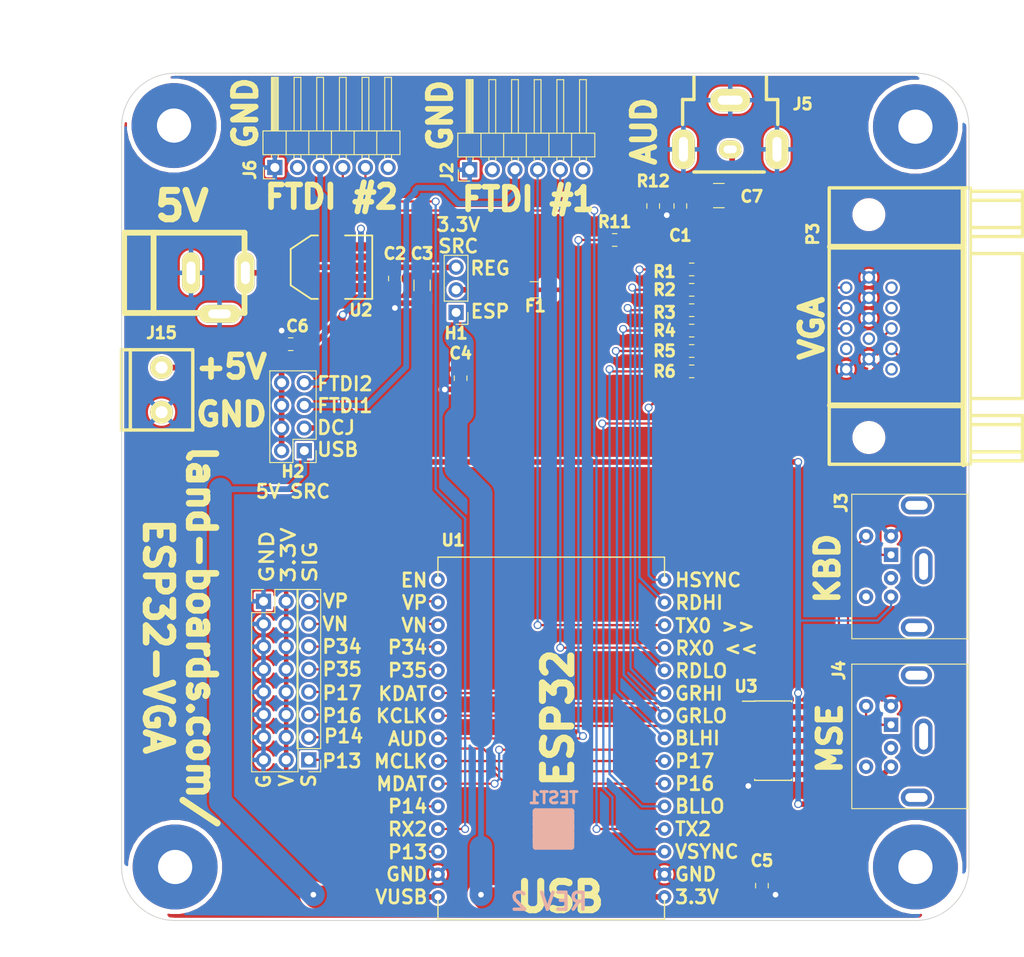
<source format=kicad_pcb>
(kicad_pcb (version 20171130) (host pcbnew "(5.1.5)-3")
  (title_block (title Blue-Pill-Hub) (date 2019-03-03) (rev 2) (company land-boards.com))
  (layers (0 F.Cu signal) (31 B.Cu signal) (36 B.SilkS user) (37 F.SilkS user) (38 B.Mask user) (39 F.Mask user) (44 Edge.Cuts user))
  (net 0 "")
  (net 1 +5V)
  (net 2 GND)
  (net 3 +3V3)
  (net 4 /VO3)
  (net 5 /DCIN)
  (net 6 /GP13)
  (net 7 /GP14)
  (net 8 /GP35)
  (net 9 /GP34)
  (net 10 /TX0)
  (net 11 /RX0)
  (net 12 /TX2)
  (net 13 /VP)
  (net 14 /VN)
  (net 15 /VUSB)
  (net 16 "Net-(F1-Pad2)")
  (net 17 "Net-(C1-Pad1)")
  (net 18 "Net-(C7-Pad2)")
  (net 19 /ESP3V)
  (net 20 /FTDI5V0)
  (net 21 /FTDI5V2)
  (net 22 "Net-(J3-Pad1)")
  (net 23 "Net-(J3-Pad5)")
  (net 24 "Net-(J4-Pad5)")
  (net 25 "Net-(J4-Pad1)")
  (net 26 "Net-(P3-Pad3)")
  (net 27 "Net-(P3-Pad2)")
  (net 28 "Net-(P3-Pad1)")
  (net 29 /HSYNC)
  (net 30 /VSYNC)
  (net 31 /REDHI)
  (net 32 /REDLO)
  (net 33 /GRNHI)
  (net 34 /GRNLO)
  (net 35 /BLUHI)
  (net 36 /BLULO)
  (net 37 /AUDIO)
  (net 38 /KBDAT)
  (net 39 /KBCLK)
  (net 40 /MSECLK)
  (net 41 /MSEDAT)
  (net 42 /RX2)
  (net 43 /GP16)
  (net 44 /GP17)
  (module LandBoards_Conns:RCA (layer F.Cu) (at 78.232 18.542)
    (fp_text reference J5 (at 8.128 -5.08 180) (layer F.SilkS) (effects (font (size 1.27 1.27) (thickness 0.3175))))
    (fp_text value RCA-JACK hide)
    (pad 4 thru_hole oval (at 0 0) (size 2.54 2.032) (drill oval 1.4986 0.889) (layers *.Cu *.Mask F.SilkS) (net 18 "Net-(C7-Pad2)"))
    (pad 3 thru_hole oval (at 5.2451 0) (size 2.54 4.445) (drill oval 1.016 2.794) (layers *.Cu *.Mask F.SilkS) (net 2 GND))
    (pad 2 thru_hole oval (at -5.2451 0) (size 2.54 4.445) (drill oval 1.016 2.794) (layers *.Cu *.Mask F.SilkS) (net 2 GND))
    (pad 1 thru_hole oval (at 0 -5.5118) (size 4.445 2.54) (drill oval 2.794 1.016) (layers *.Cu *.Mask F.SilkS) (net 2 GND))
  )
  (module Resistor_SMD:R_0805_2012Metric_Pad1.15x1.40mm_HandSolder (layer F.Cu) (at 65.278 28.702 180)
    (fp_text reference R11 (at 0 2.032 180) (layer F.SilkS) (effects (font (size 1.27 1.27) (thickness 0.3175))))
    (fp_text value 270)
    (pad 1 smd roundrect (at -1.025 0 180) (size 1.15 1.4) (layers F.Cu F.Paste F.Mask) (roundrect_rratio 0.217391) (net 17 "Net-(C1-Pad1)"))
    (pad 2 smd roundrect (at 1.025 0 180) (size 1.15 1.4) (layers F.Cu F.Paste F.Mask) (roundrect_rratio 0.217391) (net 37 /AUDIO))
  )
  (module LandBoards_SMD_Packages:SOT223 (layer F.Cu) (at 33.528 31.75 90)
    (fp_text reference U2 (at -4.826 3.302 180) (layer F.SilkS) (effects (font (size 1.27 1.27) (thickness 0.3175))))
    (fp_text value AP1117 hide)
    (pad 4 smd rect (at 0 -3.302 90) (size 3.6576 2.032) (layers F.Cu F.Mask) (net 4 /VO3))
    (pad 2 smd rect (at 0 3.302 90) (size 1.016 2.032) (layers F.Cu F.Mask) (net 4 /VO3))
    (pad 3 smd rect (at 2.286 3.302 90) (size 1.016 2.032) (layers F.Cu F.Mask) (net 1 +5V))
    (pad 1 smd rect (at -2.286 3.302 90) (size 1.016 2.032) (layers F.Cu F.Mask) (net 2 GND))
  )
  (module LandBoards_Conns:TB2-5MM (layer F.Cu) (at 14.478 48.006 90)
    (fp_text reference J15 (at 8.89 0 180) (layer F.SilkS) (effects (font (size 1.27 1.27) (thickness 0.3175))))
    (fp_text value Conn_01x02 hide)
    (pad 2 thru_hole circle (at 5 0 90) (size 2.54 2.54) (drill 1.3589) (layers *.Cu *.Mask F.SilkS) (net 5 /DCIN))
    (pad 1 thru_hole circle (at 0 0 90) (size 2.54 2.54) (drill 1.3589) (layers *.Cu *.Mask F.SilkS) (net 2 GND))
  )
  (module LandBoards_MountHoles:MTG-6-32 (layer F.Cu) (at 15.875 15.875)
    (fp_text reference MTG1 hide)
    (fp_text value MTG_HOLE hide)
    (pad 1 thru_hole circle (at 0 0) (size 9.525 9.525) (drill 3.8354) (layers *.Cu *.Mask) (clearance 0.508))
  )
  (module LandBoards_MountHoles:MTG-6-32 (layer F.Cu) (at 99 99)
    (fp_text reference MTG2 hide)
    (fp_text value MTG_HOLE hide)
    (pad 1 thru_hole circle (at 0 0) (size 9.525 9.525) (drill 3.8354) (layers *.Cu *.Mask) (clearance 0.508))
  )
  (module LandBoards_MountHoles:MTG-6-32 (layer F.Cu) (at 16 99)
    (fp_text reference MTG3 hide)
    (fp_text value MTG_HOLE hide)
    (pad 1 thru_hole circle (at 0 0) (size 9.525 9.525) (drill 3.8354) (layers *.Cu *.Mask) (clearance 0.508))
  )
  (module LandBoards_MountHoles:MTG-6-32 (layer F.Cu) (at 99 16)
    (fp_text reference MTG?1 hide)
    (fp_text value MTG_HOLE hide)
    (pad 1 thru_hole circle (at 0 0) (size 9.525 9.525) (drill 3.8354) (layers *.Cu *.Mask) (clearance 0.508))
  )
  (module LandBoards_BoardOutlines:ESP32_EXP (layer F.Cu) (at 58.166 102.362 180)
    (fp_text reference U1 (at 11 40 180) (layer F.SilkS) (effects (font (size 1.27 1.27) (thickness 0.3175))))
    (fp_text value ESP32)
    (pad 1 thru_hole circle (at -12.7 0 180) (size 1.524 1.524) (drill 0.762) (layers *.Cu *.Mask) (net 19 /ESP3V))
    (pad 2 thru_hole circle (at -12.7 2.54 180) (size 1.524 1.524) (drill 0.762) (layers *.Cu *.Mask) (net 2 GND))
    (pad 3 thru_hole circle (at -12.7 5.08 180) (size 1.524 1.524) (drill 0.762) (layers *.Cu *.Mask) (net 30 /VSYNC))
    (pad 4 thru_hole circle (at -12.7 7.62 180) (size 1.524 1.524) (drill 0.762) (layers *.Cu *.Mask) (net 12 /TX2))
    (pad 5 thru_hole circle (at -12.7 10.16 180) (size 1.524 1.524) (drill 0.762) (layers *.Cu *.Mask) (net 35 /BLUHI))
    (pad 6 thru_hole circle (at -12.7 12.7 180) (size 1.524 1.524) (drill 0.762) (layers *.Cu *.Mask) (net 43 /GP16))
    (pad 7 thru_hole circle (at -12.7 15.24 180) (size 1.524 1.524) (drill 0.762) (layers *.Cu *.Mask) (net 44 /GP17))
    (pad 8 thru_hole circle (at -12.7 17.78 180) (size 1.524 1.524) (drill 0.762) (layers *.Cu *.Mask) (net 36 /BLULO))
    (pad 9 thru_hole circle (at -12.7 20.32 180) (size 1.524 1.524) (drill 0.762) (layers *.Cu *.Mask) (net 33 /GRNHI))
    (pad 10 thru_hole circle (at -12.7 22.86 180) (size 1.524 1.524) (drill 0.762) (layers *.Cu *.Mask) (net 34 /GRNLO))
    (pad 11 thru_hole circle (at -12.7 25.4 180) (size 1.524 1.524) (drill 0.762) (layers *.Cu *.Mask) (net 31 /REDHI))
    (pad 12 thru_hole circle (at -12.7 27.94 180) (size 1.524 1.524) (drill 0.762) (layers *.Cu *.Mask) (net 11 /RX0))
    (pad 13 thru_hole circle (at -12.7 30.48 180) (size 1.524 1.524) (drill 0.762) (layers *.Cu *.Mask) (net 10 /TX0))
    (pad 14 thru_hole circle (at -12.7 33.02 180) (size 1.524 1.524) (drill 0.762) (layers *.Cu *.Mask) (net 32 /REDLO))
    (pad 15 thru_hole circle (at -12.7 35.56 180) (size 1.524 1.524) (drill 0.762) (layers *.Cu *.Mask) (net 29 /HSYNC))
    (pad 16 thru_hole circle (at 12.7 35.56 180) (size 1.524 1.524) (drill 0.762) (layers *.Cu *.Mask))
    (pad 17 thru_hole circle (at 12.7 33.02 180) (size 1.524 1.524) (drill 0.762) (layers *.Cu *.Mask) (net 13 /VP))
    (pad 18 thru_hole circle (at 12.7 30.48 180) (size 1.524 1.524) (drill 0.762) (layers *.Cu *.Mask) (net 14 /VN))
    (pad 19 thru_hole circle (at 12.7 27.94 180) (size 1.524 1.524) (drill 0.762) (layers *.Cu *.Mask) (net 9 /GP34))
    (pad 20 thru_hole circle (at 12.7 25.4 180) (size 1.524 1.524) (drill 0.762) (layers *.Cu *.Mask) (net 8 /GP35))
    (pad 21 thru_hole circle (at 12.7 22.86 180) (size 1.524 1.524) (drill 0.762) (layers *.Cu *.Mask) (net 38 /KBDAT))
    (pad 22 thru_hole circle (at 12.7 20.32 180) (size 1.524 1.524) (drill 0.762) (layers *.Cu *.Mask) (net 39 /KBCLK))
    (pad 23 thru_hole circle (at 12.7 17.78 180) (size 1.524 1.524) (drill 0.762) (layers *.Cu *.Mask) (net 37 /AUDIO))
    (pad 24 thru_hole circle (at 12.7 15.24 180) (size 1.524 1.524) (drill 0.762) (layers *.Cu *.Mask) (net 40 /MSECLK))
    (pad 25 thru_hole circle (at 12.7 12.7 180) (size 1.524 1.524) (drill 0.762) (layers *.Cu *.Mask) (net 41 /MSEDAT))
    (pad 26 thru_hole circle (at 12.7 10.16 180) (size 1.524 1.524) (drill 0.762) (layers *.Cu *.Mask) (net 7 /GP14))
    (pad 27 thru_hole circle (at 12.7 7.62 180) (size 1.524 1.524) (drill 0.762) (layers *.Cu *.Mask) (net 42 /RX2))
    (pad 28 thru_hole circle (at 12.7 5.08 180) (size 1.524 1.524) (drill 0.762) (layers *.Cu *.Mask) (net 6 /GP13))
    (pad 29 thru_hole circle (at 12.7 2.54 180) (size 1.524 1.524) (drill 0.762) (layers *.Cu *.Mask) (net 2 GND))
    (pad 30 thru_hole circle (at 12.7 0 180) (size 1.524 1.524) (drill 0.762) (layers *.Cu *.Mask) (net 15 /VUSB))
  )
  (module Fuse:Fuse_1206_3216Metric_Pad1.42x1.75mm_HandSolder (layer F.Cu) (at 56.388 34.29 180)
    (fp_text reference F1 (at 0 -1.82 180) (layer F.SilkS) (effects (font (size 1.27 1.27) (thickness 0.3175))))
    (fp_text value Polyfuse_Small)
    (pad 1 smd roundrect (at -1.4875 0 180) (size 1.425 1.75) (layers F.Cu F.Paste F.Mask) (roundrect_rratio 0.175439) (net 3 +3V3))
    (pad 2 smd roundrect (at 1.4875 0 180) (size 1.425 1.75) (layers F.Cu F.Paste F.Mask) (roundrect_rratio 0.175439) (net 16 "Net-(F1-Pad2)"))
  )
  (module LandBoards_Conns:DCJ-NEW-Slotted (layer F.Cu) (at 17.78 32.385)
    (fp_text reference J1 hide)
    (fp_text value DCJ0202 hide)
    (pad 2 thru_hole oval (at 0 0) (size 2 4.6) (drill oval 1 2.54) (layers *.Cu *.Mask F.SilkS) (net 2 GND))
    (pad 1 thru_hole oval (at 6.1 0) (size 2 4.6) (drill oval 1 2.54) (layers *.Cu *.Mask F.SilkS) (net 5 /DCIN))
    (pad 3 thru_hole oval (at 3.2 4.6) (size 4.6 2) (drill oval 2.54 1) (layers *.Cu *.Mask F.SilkS) (net 2 GND))
  )
  (module Connector_PinHeader_2.54mm:PinHeader_1x03_P2.54mm_Vertical (layer F.Cu) (at 47.498 36.83 180)
    (fp_text reference H1 (at 0 -2.33 180) (layer F.SilkS) (effects (font (size 1.27 1.27) (thickness 0.3175))))
    (fp_text value Conn_01x03)
    (pad 1 thru_hole rect (at 0 0 180) (size 1.7 1.7) (drill 1) (layers *.Cu *.Mask) (net 19 /ESP3V))
    (pad 2 thru_hole oval (at 0 2.54 180) (size 1.7 1.7) (drill 1) (layers *.Cu *.Mask) (net 16 "Net-(F1-Pad2)"))
    (pad 3 thru_hole oval (at 0 5.08 180) (size 1.7 1.7) (drill 1) (layers *.Cu *.Mask) (net 4 /VO3))
  )
  (module Connector_PinHeader_2.54mm:PinHeader_2x04_P2.54mm_Vertical (layer F.Cu) (at 30.48 52.324 180)
    (fp_text reference H2 (at 1.27 -2.33 180) (layer F.SilkS) (effects (font (size 1.27 1.27) (thickness 0.3175))))
    (fp_text value Conn_02x04_Odd_Even)
    (pad 1 thru_hole rect (at 0 0 180) (size 1.7 1.7) (drill 1) (layers *.Cu *.Mask) (net 15 /VUSB))
    (pad 2 thru_hole oval (at 2.54 0 180) (size 1.7 1.7) (drill 1) (layers *.Cu *.Mask) (net 1 +5V))
    (pad 3 thru_hole oval (at 0 2.54 180) (size 1.7 1.7) (drill 1) (layers *.Cu *.Mask) (net 5 /DCIN))
    (pad 4 thru_hole oval (at 2.54 2.54 180) (size 1.7 1.7) (drill 1) (layers *.Cu *.Mask) (net 1 +5V))
    (pad 5 thru_hole oval (at 0 5.08 180) (size 1.7 1.7) (drill 1) (layers *.Cu *.Mask) (net 20 /FTDI5V0))
    (pad 6 thru_hole oval (at 2.54 5.08 180) (size 1.7 1.7) (drill 1) (layers *.Cu *.Mask) (net 1 +5V))
    (pad 7 thru_hole oval (at 0 7.62 180) (size 1.7 1.7) (drill 1) (layers *.Cu *.Mask) (net 21 /FTDI5V2))
    (pad 8 thru_hole oval (at 2.54 7.62 180) (size 1.7 1.7) (drill 1) (layers *.Cu *.Mask) (net 1 +5V))
  )
  (module LandBoards_Conns:DB_15F-VGA-fixed (layer F.Cu) (at 97.79 38.354 90)
    (fp_text reference P3 (at 10.3124 -10.287 90) (layer F.SilkS) (effects (font (size 1.27 1.27) (thickness 0.3175))))
    (fp_text value VGA (at -0.254 -10.414 90) (layer F.SilkS) (effects (font (size 2.54 2.54) (thickness 0.635))))
    (pad "" np_thru_hole circle (at 12.49426 -4.01066 90) (size 3.2 3.2) (drill 3.2) (layers *.Cu *.Mask F.SilkS))
    (pad 3 thru_hole circle (at -0.2667 -6.55066 90) (size 1.397 1.397) (drill 0.889) (layers *.Cu *.Mask) (net 26 "Net-(P3-Pad3)"))
    (pad 2 thru_hole circle (at 2.0193 -6.55066 90) (size 1.397 1.397) (drill 0.9144) (layers *.Cu *.Mask) (net 27 "Net-(P3-Pad2)"))
    (pad 1 thru_hole circle (at 4.31038 -6.55066 90) (size 1.397 1.397) (drill 0.9144) (layers *.Cu *.Mask) (net 28 "Net-(P3-Pad1)"))
    (pad 4 thru_hole circle (at -2.56032 -6.55066 90) (size 1.397 1.397) (drill 0.9144) (layers *.Cu *.Mask))
    (pad 5 thru_hole circle (at -4.84886 -6.55066 90) (size 1.397 1.397) (drill 0.9144) (layers *.Cu *.Mask) (net 2 GND))
    (pad 9 thru_hole circle (at -1.41478 -4.01066 90) (size 1.397 1.397) (drill 0.9144) (layers *.Cu *.Mask))
    (pad 8 thru_hole circle (at 0.87376 -4.01066 90) (size 1.397 1.397) (drill 0.9144) (layers *.Cu *.Mask) (net 2 GND))
    (pad 7 thru_hole circle (at 3.16484 -4.01066 90) (size 1.397 1.397) (drill 0.9144) (layers *.Cu *.Mask) (net 2 GND))
    (pad 6 thru_hole circle (at 5.45592 -4.01066 90) (size 1.397 1.397) (drill 0.9144) (layers *.Cu *.Mask) (net 2 GND))
    (pad "" np_thru_hole circle (at -12.49426 -4.01066 90) (size 3.2 3.2) (drill 3.2) (layers *.Cu *.Mask F.SilkS))
    (pad 10 thru_hole circle (at -3.70586 -4.01066 90) (size 1.397 1.397) (drill 0.9144) (layers *.Cu *.Mask) (net 2 GND))
    (pad 11 thru_hole circle (at 4.31038 -1.47066 90) (size 1.397 1.397) (drill 0.9144) (layers *.Cu *.Mask))
    (pad 12 thru_hole circle (at 2.0193 -1.47066 90) (size 1.397 1.397) (drill 0.9144) (layers *.Cu *.Mask))
    (pad 13 thru_hole circle (at -0.26924 -1.4732 90) (size 1.397 1.397) (drill 0.9144) (layers *.Cu *.Mask) (net 29 /HSYNC))
    (pad 14 thru_hole circle (at -2.56032 -1.47066 90) (size 1.397 1.397) (drill 0.9144) (layers *.Cu *.Mask) (net 30 /VSYNC))
    (pad 15 thru_hole circle (at -4.84886 -1.47066 90) (size 1.397 1.397) (drill 0.9144) (layers *.Cu *.Mask))
  )
  (module Connector_PinHeader_2.54mm:PinHeader_1x08_P2.54mm_Vertical (layer F.Cu) (at 30.988 86.995 180)
    (fp_text reference P4 hide)
    (fp_text value Conn_01x08)
    (pad 1 thru_hole rect (at 0 0 180) (size 1.7 1.7) (drill 1) (layers *.Cu *.Mask) (net 6 /GP13))
    (pad 2 thru_hole oval (at 0 2.54 180) (size 1.7 1.7) (drill 1) (layers *.Cu *.Mask) (net 7 /GP14))
    (pad 3 thru_hole oval (at 0 5.08 180) (size 1.7 1.7) (drill 1) (layers *.Cu *.Mask) (net 43 /GP16))
    (pad 4 thru_hole oval (at 0 7.62 180) (size 1.7 1.7) (drill 1) (layers *.Cu *.Mask) (net 44 /GP17))
    (pad 5 thru_hole oval (at 0 10.16 180) (size 1.7 1.7) (drill 1) (layers *.Cu *.Mask) (net 8 /GP35))
    (pad 6 thru_hole oval (at 0 12.7 180) (size 1.7 1.7) (drill 1) (layers *.Cu *.Mask) (net 9 /GP34))
    (pad 7 thru_hole oval (at 0 15.24 180) (size 1.7 1.7) (drill 1) (layers *.Cu *.Mask) (net 14 /VN))
    (pad 8 thru_hole oval (at 0 17.78 180) (size 1.7 1.7) (drill 1) (layers *.Cu *.Mask) (net 13 /VP))
  )
  (module Resistor_SMD:R_0805_2012Metric_Pad1.15x1.40mm_HandSolder (layer F.Cu) (at 73.914 32.004 180)
    (fp_text reference R1 (at 3.048 -0.254 180) (layer F.SilkS) (effects (font (size 1.27 1.27) (thickness 0.3175))))
    (fp_text value 523)
    (pad 1 smd roundrect (at -1.025 0 180) (size 1.15 1.4) (layers F.Cu F.Paste F.Mask) (roundrect_rratio 0.217391) (net 28 "Net-(P3-Pad1)"))
    (pad 2 smd roundrect (at 1.025 0 180) (size 1.15 1.4) (layers F.Cu F.Paste F.Mask) (roundrect_rratio 0.217391) (net 32 /REDLO))
  )
  (module Resistor_SMD:R_0805_2012Metric_Pad1.15x1.40mm_HandSolder (layer F.Cu) (at 73.914 34.29 180)
    (fp_text reference R2 (at 3.048 0 180) (layer F.SilkS) (effects (font (size 1.27 1.27) (thickness 0.3175))))
    (fp_text value 261)
    (pad 2 smd roundrect (at 1.025 0 180) (size 1.15 1.4) (layers F.Cu F.Paste F.Mask) (roundrect_rratio 0.217391) (net 31 /REDHI))
    (pad 1 smd roundrect (at -1.025 0 180) (size 1.15 1.4) (layers F.Cu F.Paste F.Mask) (roundrect_rratio 0.217391) (net 28 "Net-(P3-Pad1)"))
  )
  (module Resistor_SMD:R_0805_2012Metric_Pad1.15x1.40mm_HandSolder (layer F.Cu) (at 73.914 36.576 180)
    (fp_text reference R3 (at 3.048 -0.254 180) (layer F.SilkS) (effects (font (size 1.27 1.27) (thickness 0.3175))))
    (fp_text value 523)
    (pad 1 smd roundrect (at -1.025 0 180) (size 1.15 1.4) (layers F.Cu F.Paste F.Mask) (roundrect_rratio 0.217391) (net 27 "Net-(P3-Pad2)"))
    (pad 2 smd roundrect (at 1.025 0 180) (size 1.15 1.4) (layers F.Cu F.Paste F.Mask) (roundrect_rratio 0.217391) (net 34 /GRNLO))
  )
  (module Resistor_SMD:R_0805_2012Metric_Pad1.15x1.40mm_HandSolder (layer F.Cu) (at 73.914 38.862 180)
    (fp_text reference R4 (at 3.048 0 180) (layer F.SilkS) (effects (font (size 1.27 1.27) (thickness 0.3175))))
    (fp_text value 261)
    (pad 2 smd roundrect (at 1.025 0 180) (size 1.15 1.4) (layers F.Cu F.Paste F.Mask) (roundrect_rratio 0.217391) (net 33 /GRNHI))
    (pad 1 smd roundrect (at -1.025 0 180) (size 1.15 1.4) (layers F.Cu F.Paste F.Mask) (roundrect_rratio 0.217391) (net 27 "Net-(P3-Pad2)"))
  )
  (module Resistor_SMD:R_0805_2012Metric_Pad1.15x1.40mm_HandSolder (layer F.Cu) (at 73.914 41.148 180)
    (fp_text reference R5 (at 3.048 0 180) (layer F.SilkS) (effects (font (size 1.27 1.27) (thickness 0.3175))))
    (fp_text value 523)
    (pad 2 smd roundrect (at 1.025 0 180) (size 1.15 1.4) (layers F.Cu F.Paste F.Mask) (roundrect_rratio 0.217391) (net 36 /BLULO))
    (pad 1 smd roundrect (at -1.025 0 180) (size 1.15 1.4) (layers F.Cu F.Paste F.Mask) (roundrect_rratio 0.217391) (net 26 "Net-(P3-Pad3)"))
  )
  (module Resistor_SMD:R_0805_2012Metric_Pad1.15x1.40mm_HandSolder (layer F.Cu) (at 73.914 43.434 180)
    (fp_text reference R6 (at 3.048 0 180) (layer F.SilkS) (effects (font (size 1.27 1.27) (thickness 0.3175))))
    (fp_text value 261)
    (pad 1 smd roundrect (at -1.025 0 180) (size 1.15 1.4) (layers F.Cu F.Paste F.Mask) (roundrect_rratio 0.217391) (net 26 "Net-(P3-Pad3)"))
    (pad 2 smd roundrect (at 1.025 0 180) (size 1.15 1.4) (layers F.Cu F.Paste F.Mask) (roundrect_rratio 0.217391) (net 35 /BLUHI))
  )
  (module Resistor_SMD:R_0805_2012Metric_Pad1.15x1.40mm_HandSolder (layer F.Cu) (at 69.596 24.892 90)
    (fp_text reference R12 (at 2.794 0 180) (layer F.SilkS) (effects (font (size 1.27 1.27) (thickness 0.3175))))
    (fp_text value 150)
    (pad 2 smd roundrect (at 1.025 0 90) (size 1.15 1.4) (layers F.Cu F.Paste F.Mask) (roundrect_rratio 0.217391) (net 17 "Net-(C1-Pad1)"))
    (pad 1 smd roundrect (at -1.025 0 90) (size 1.15 1.4) (layers F.Cu F.Paste F.Mask) (roundrect_rratio 0.217391) (net 2 GND))
  )
  (module LandBoards_Marking:TEST_BLK-REAR (layer F.Cu) (at 58.42 94.742)
    (fp_text reference TEST1 (at 0 -3.5) (layer B.SilkS) (effects (font (size 1.27 1.27) (thickness 0.3175)) (justify mirror)))
    (fp_text value COUPON hide)
  )
  (module Package_SO:SOIC-14_3.9x8.7mm_P1.27mm (layer F.Cu) (at 83.058 84.836)
    (fp_text reference U3 (at -3.048 -6.096) (layer F.SilkS) (effects (font (size 1.27 1.27) (thickness 0.3175))))
    (fp_text value TXS0104)
    (pad 1 smd rect (at -2.7 -3.81) (size 1.5 0.6) (layers F.Cu F.Paste F.Mask) (net 3 +3V3))
    (pad 2 smd rect (at -2.7 -2.54) (size 1.5 0.6) (layers F.Cu F.Paste F.Mask) (net 38 /KBDAT))
    (pad 3 smd rect (at -2.7 -1.27) (size 1.5 0.6) (layers F.Cu F.Paste F.Mask) (net 39 /KBCLK))
    (pad 4 smd rect (at -2.7 0) (size 1.5 0.6) (layers F.Cu F.Paste F.Mask) (net 41 /MSEDAT))
    (pad 5 smd rect (at -2.7 1.27) (size 1.5 0.6) (layers F.Cu F.Paste F.Mask) (net 40 /MSECLK))
    (pad 6 smd rect (at -2.7 2.54) (size 1.5 0.6) (layers F.Cu F.Paste F.Mask))
    (pad 7 smd rect (at -2.7 3.81) (size 1.5 0.6) (layers F.Cu F.Paste F.Mask) (net 2 GND))
    (pad 8 smd rect (at 2.7 3.81) (size 1.5 0.6) (layers F.Cu F.Paste F.Mask) (net 3 +3V3))
    (pad 9 smd rect (at 2.7 2.54) (size 1.5 0.6) (layers F.Cu F.Paste F.Mask))
    (pad 10 smd rect (at 2.7 1.27) (size 1.5 0.6) (layers F.Cu F.Paste F.Mask) (net 24 "Net-(J4-Pad5)"))
    (pad 11 smd rect (at 2.7 0) (size 1.5 0.6) (layers F.Cu F.Paste F.Mask) (net 25 "Net-(J4-Pad1)"))
    (pad 12 smd rect (at 2.7 -1.27) (size 1.5 0.6) (layers F.Cu F.Paste F.Mask) (net 23 "Net-(J3-Pad5)"))
    (pad 13 smd rect (at 2.7 -2.54) (size 1.5 0.6) (layers F.Cu F.Paste F.Mask) (net 22 "Net-(J3-Pad1)"))
    (pad 14 smd rect (at 2.7 -3.81) (size 1.5 0.6) (layers F.Cu F.Paste F.Mask) (net 1 +5V))
  )
  (module LandBoards_Conns:Connector_Mini-DIN_Female_6Pin_2rows (layer F.Cu) (at 96.266 64.008 90)
    (fp_text reference J3 (at 5.842 -5.588 90) (layer F.SilkS) (effects (font (size 1.27 1.27) (thickness 0.3175))))
    (fp_text value PS2_DIN6)
    (pad 7 thru_hole oval (at -8.15 2.85 90) (size 2 3.5) (drill oval 1 2.5) (layers *.Cu *.Mask))
    (pad 7 thru_hole oval (at 5.55 2.85 90) (size 2 3.5) (drill oval 1 2.5) (layers *.Cu *.Mask))
    (pad 1 thru_hole rect (at 0 0 90) (size 1.6 1.6) (drill 0.8) (layers *.Cu *.Mask) (net 22 "Net-(J3-Pad1)"))
    (pad 2 thru_hole circle (at -2.6 0 90) (size 1.6 1.6) (drill 0.8) (layers *.Cu *.Mask))
    (pad 3 thru_hole circle (at 2.1 0 90) (size 1.6 1.6) (drill 0.8) (layers *.Cu *.Mask) (net 2 GND))
    (pad 4 thru_hole circle (at -4.7 0 90) (size 1.6 1.6) (drill 0.8) (layers *.Cu *.Mask) (net 1 +5V))
    (pad 5 thru_hole circle (at 2.1 -2.8 90) (size 1.6 1.6) (drill 0.8) (layers *.Cu *.Mask) (net 23 "Net-(J3-Pad5)"))
    (pad 6 thru_hole circle (at -4.7 -2.8 90) (size 1.6 1.6) (drill 0.8) (layers *.Cu *.Mask))
    (pad 7 thru_hole oval (at -1.3 3.65 90) (size 4 2) (drill oval 3 1) (layers *.Cu *.Mask))
  )
  (module LandBoards_Conns:Connector_Mini-DIN_Female_6Pin_2rows (layer F.Cu) (at 96.266 83.058 90)
    (fp_text reference J4 (at 6.096 -5.842 90) (layer F.SilkS) (effects (font (size 1.27 1.27) (thickness 0.3175))))
    (fp_text value PS2_DIN6)
    (pad 7 thru_hole oval (at -1.3 3.65 90) (size 4 2) (drill oval 3 1) (layers *.Cu *.Mask))
    (pad 6 thru_hole circle (at -4.7 -2.8 90) (size 1.6 1.6) (drill 0.8) (layers *.Cu *.Mask))
    (pad 5 thru_hole circle (at 2.1 -2.8 90) (size 1.6 1.6) (drill 0.8) (layers *.Cu *.Mask) (net 24 "Net-(J4-Pad5)"))
    (pad 4 thru_hole circle (at -4.7 0 90) (size 1.6 1.6) (drill 0.8) (layers *.Cu *.Mask) (net 1 +5V))
    (pad 3 thru_hole circle (at 2.1 0 90) (size 1.6 1.6) (drill 0.8) (layers *.Cu *.Mask) (net 2 GND))
    (pad 2 thru_hole circle (at -2.6 0 90) (size 1.6 1.6) (drill 0.8) (layers *.Cu *.Mask))
    (pad 1 thru_hole rect (at 0 0 90) (size 1.6 1.6) (drill 0.8) (layers *.Cu *.Mask) (net 25 "Net-(J4-Pad1)"))
    (pad 7 thru_hole oval (at 5.55 2.85 90) (size 2 3.5) (drill oval 1 2.5) (layers *.Cu *.Mask))
    (pad 7 thru_hole oval (at -8.15 2.85 90) (size 2 3.5) (drill oval 1 2.5) (layers *.Cu *.Mask))
  )
  (module Connector_PinHeader_2.54mm:PinHeader_2x08_P2.54mm_Vertical (layer F.Cu) (at 25.908 69.215)
    (fp_text reference P2 hide)
    (fp_text value Conn_02x08_Odd_Even)
    (pad 1 thru_hole rect (at 0 0) (size 1.7 1.7) (drill 1) (layers *.Cu *.Mask) (net 2 GND))
    (pad 2 thru_hole oval (at 2.54 0) (size 1.7 1.7) (drill 1) (layers *.Cu *.Mask) (net 3 +3V3))
    (pad 3 thru_hole oval (at 0 2.54) (size 1.7 1.7) (drill 1) (layers *.Cu *.Mask) (net 2 GND))
    (pad 4 thru_hole oval (at 2.54 2.54) (size 1.7 1.7) (drill 1) (layers *.Cu *.Mask) (net 3 +3V3))
    (pad 5 thru_hole oval (at 0 5.08) (size 1.7 1.7) (drill 1) (layers *.Cu *.Mask) (net 2 GND))
    (pad 6 thru_hole oval (at 2.54 5.08) (size 1.7 1.7) (drill 1) (layers *.Cu *.Mask) (net 3 +3V3))
    (pad 7 thru_hole oval (at 0 7.62) (size 1.7 1.7) (drill 1) (layers *.Cu *.Mask) (net 2 GND))
    (pad 8 thru_hole oval (at 2.54 7.62) (size 1.7 1.7) (drill 1) (layers *.Cu *.Mask) (net 3 +3V3))
    (pad 9 thru_hole oval (at 0 10.16) (size 1.7 1.7) (drill 1) (layers *.Cu *.Mask) (net 2 GND))
    (pad 10 thru_hole oval (at 2.54 10.16) (size 1.7 1.7) (drill 1) (layers *.Cu *.Mask) (net 3 +3V3))
    (pad 11 thru_hole oval (at 0 12.7) (size 1.7 1.7) (drill 1) (layers *.Cu *.Mask) (net 2 GND))
    (pad 12 thru_hole oval (at 2.54 12.7) (size 1.7 1.7) (drill 1) (layers *.Cu *.Mask) (net 3 +3V3))
    (pad 13 thru_hole oval (at 0 15.24) (size 1.7 1.7) (drill 1) (layers *.Cu *.Mask) (net 2 GND))
    (pad 14 thru_hole oval (at 2.54 15.24) (size 1.7 1.7) (drill 1) (layers *.Cu *.Mask) (net 3 +3V3))
    (pad 15 thru_hole oval (at 0 17.78) (size 1.7 1.7) (drill 1) (layers *.Cu *.Mask) (net 2 GND))
    (pad 16 thru_hole oval (at 2.54 17.78) (size 1.7 1.7) (drill 1) (layers *.Cu *.Mask) (net 3 +3V3))
  )
  (module Connector_PinHeader_2.54mm:PinHeader_1x06_P2.54mm_Horizontal (layer F.Cu) (at 49.022 20.828 90)
    (fp_text reference J2 (at -0.254 -2.54 90) (layer F.SilkS) (effects (font (size 1.27 1.27) (thickness 0.3175))))
    (fp_text value FTDI)
    (pad 6 thru_hole oval (at 0 12.7 90) (size 1.7 1.7) (drill 1) (layers *.Cu *.Mask))
    (pad 5 thru_hole oval (at 0 10.16 90) (size 1.7 1.7) (drill 1) (layers *.Cu *.Mask) (net 11 /RX0))
    (pad 4 thru_hole oval (at 0 7.62 90) (size 1.7 1.7) (drill 1) (layers *.Cu *.Mask) (net 10 /TX0))
    (pad 3 thru_hole oval (at 0 5.08 90) (size 1.7 1.7) (drill 1) (layers *.Cu *.Mask) (net 20 /FTDI5V0))
    (pad 2 thru_hole oval (at 0 2.54 90) (size 1.7 1.7) (drill 1) (layers *.Cu *.Mask))
    (pad 1 thru_hole rect (at 0 0 90) (size 1.7 1.7) (drill 1) (layers *.Cu *.Mask) (net 2 GND))
  )
  (module Connector_PinHeader_2.54mm:PinHeader_1x06_P2.54mm_Horizontal (layer F.Cu) (at 27.178 20.574 90)
    (fp_text reference J6 (at -0.254 -2.794 90) (layer F.SilkS) (effects (font (size 1.27 1.27) (thickness 0.3175))))
    (fp_text value FTDI)
    (pad 1 thru_hole rect (at 0 0 90) (size 1.7 1.7) (drill 1) (layers *.Cu *.Mask) (net 2 GND))
    (pad 2 thru_hole oval (at 0 2.54 90) (size 1.7 1.7) (drill 1) (layers *.Cu *.Mask))
    (pad 3 thru_hole oval (at 0 5.08 90) (size 1.7 1.7) (drill 1) (layers *.Cu *.Mask) (net 21 /FTDI5V2))
    (pad 4 thru_hole oval (at 0 7.62 90) (size 1.7 1.7) (drill 1) (layers *.Cu *.Mask) (net 12 /TX2))
    (pad 5 thru_hole oval (at 0 10.16 90) (size 1.7 1.7) (drill 1) (layers *.Cu *.Mask) (net 42 /RX2))
    (pad 6 thru_hole oval (at 0 12.7 90) (size 1.7 1.7) (drill 1) (layers *.Cu *.Mask))
  )
  (module Capacitor_SMD:C_0805_2012Metric_Pad1.15x1.40mm_HandSolder (layer F.Cu) (at 72.644 24.892 270)
    (fp_text reference C1 (at 3.302 0) (layer F.SilkS) (effects (font (size 1.27 1.27) (thickness 0.3175))))
    (fp_text value 0.1uF)
    (pad 1 smd roundrect (at -1.025 0 270) (size 1.15 1.4) (layers F.Cu F.Paste F.Mask) (roundrect_rratio 0.217391) (net 17 "Net-(C1-Pad1)"))
    (pad 2 smd roundrect (at 1.025 0 270) (size 1.15 1.4) (layers F.Cu F.Paste F.Mask) (roundrect_rratio 0.217391) (net 2 GND))
  )
  (module Capacitor_SMD:C_0805_2012Metric_Pad1.15x1.40mm_HandSolder (layer F.Cu) (at 40.64 33.02 270)
    (fp_text reference C2 (at -2.794 0) (layer F.SilkS) (effects (font (size 1.27 1.27) (thickness 0.3175))))
    (fp_text value 0.1uF)
    (pad 2 smd roundrect (at 1.025 0 270) (size 1.15 1.4) (layers F.Cu F.Paste F.Mask) (roundrect_rratio 0.217391) (net 2 GND))
    (pad 1 smd roundrect (at -1.025 0 270) (size 1.15 1.4) (layers F.Cu F.Paste F.Mask) (roundrect_rratio 0.217391) (net 4 /VO3))
  )
  (module Capacitor_SMD:C_1206_3216Metric_Pad1.42x1.75mm_HandSolder (layer F.Cu) (at 43.688 33.782 270)
    (fp_text reference C3 (at -3.556 0) (layer F.SilkS) (effects (font (size 1.27 1.27) (thickness 0.3175))))
    (fp_text value 10uF)
    (pad 1 smd roundrect (at -1.4875 0 270) (size 1.425 1.75) (layers F.Cu F.Paste F.Mask) (roundrect_rratio 0.175439) (net 4 /VO3))
    (pad 2 smd roundrect (at 1.4875 0 270) (size 1.425 1.75) (layers F.Cu F.Paste F.Mask) (roundrect_rratio 0.175439) (net 2 GND))
  )
  (module Capacitor_SMD:C_0805_2012Metric_Pad1.15x1.40mm_HandSolder (layer F.Cu) (at 48.006 44.196 270)
    (fp_text reference C4 (at -2.794 0) (layer F.SilkS) (effects (font (size 1.27 1.27) (thickness 0.3175))))
    (fp_text value 0.1uF)
    (pad 1 smd roundrect (at -1.025 0 270) (size 1.15 1.4) (layers F.Cu F.Paste F.Mask) (roundrect_rratio 0.217391) (net 3 +3V3))
    (pad 2 smd roundrect (at 1.025 0 270) (size 1.15 1.4) (layers F.Cu F.Paste F.Mask) (roundrect_rratio 0.217391) (net 2 GND))
  )
  (module Capacitor_SMD:C_0805_2012Metric_Pad1.15x1.40mm_HandSolder (layer F.Cu) (at 81.788 101.092 270)
    (fp_text reference C5 (at -2.794 0) (layer F.SilkS) (effects (font (size 1.27 1.27) (thickness 0.3175))))
    (fp_text value 0.1uF)
    (pad 2 smd roundrect (at 1.025 0 270) (size 1.15 1.4) (layers F.Cu F.Paste F.Mask) (roundrect_rratio 0.217391) (net 2 GND))
    (pad 1 smd roundrect (at -1.025 0 270) (size 1.15 1.4) (layers F.Cu F.Paste F.Mask) (roundrect_rratio 0.217391) (net 3 +3V3))
  )
  (module Capacitor_SMD:C_0805_2012Metric_Pad1.15x1.40mm_HandSolder (layer F.Cu) (at 28.956 40.386 180)
    (fp_text reference C6 (at -0.762 2.032 180) (layer F.SilkS) (effects (font (size 1.27 1.27) (thickness 0.3175))))
    (fp_text value 0.1uF)
    (pad 1 smd roundrect (at -1.025 0 180) (size 1.15 1.4) (layers F.Cu F.Paste F.Mask) (roundrect_rratio 0.217391) (net 1 +5V))
    (pad 2 smd roundrect (at 1.025 0 180) (size 1.15 1.4) (layers F.Cu F.Paste F.Mask) (roundrect_rratio 0.217391) (net 2 GND))
  )
  (module Capacitor_SMD:C_1210_3225Metric_Pad1.42x2.65mm_HandSolder (layer F.Cu) (at 76.962 23.724566)
    (fp_text reference C7 (at 3.686146 0.102566) (layer F.SilkS) (effects (font (size 1.27 1.27) (thickness 0.3175))))
    (fp_text value CP1)
    (pad 1 smd roundrect (at -1.4875 0) (size 1.425 2.65) (layers F.Cu F.Paste F.Mask) (roundrect_rratio 0.175439) (net 17 "Net-(C1-Pad1)"))
    (pad 2 smd roundrect (at 1.4875 0) (size 1.425 2.65) (layers F.Cu F.Paste F.Mask) (roundrect_rratio 0.175439) (net 18 "Net-(C7-Pad2)"))
  )
  (gr_text GND (at 44.45 99.822) (layer F.SilkS) (effects (font (size 1.5 1.5) (thickness 0.3)) (justify right)))
  (gr_text P17 (at 32.3596 79.502) (layer F.SilkS) (effects (font (size 1.5 1.5) (thickness 0.3)) (justify left)))
  (gr_text P16 (at 32.3596 82.042) (layer F.SilkS) (effects (font (size 1.5 1.5) (thickness 0.3)) (justify left)))
  (gr_text P14 (at 32.512 84.328) (layer F.SilkS) (effects (font (size 1.5 1.5) (thickness 0.3)) (justify left)))
  (gr_text P13 (at 32.318 87.122) (layer F.SilkS) (effects (font (size 1.5 1.5) (thickness 0.3)) (justify left)))
  (gr_text "REG\n\nESP" (at 51.308 34.29) (layer F.SilkS) (effects (font (size 1.5 1.5) (thickness 0.3))))
  (gr_text "3.3V\nSRC" (at 47.752 28.194) (layer F.SilkS) (effects (font (size 1.5 1.5) (thickness 0.3))))
  (gr_text GND (at 45.72 14.732 90) (layer F.SilkS) (effects (font (size 2.54 2.54) (thickness 0.635))))
  (gr_text GND (at 23.876 14.478 90) (layer F.SilkS) (effects (font (size 2.54 2.54) (thickness 0.635))))
  (gr_text AUD (at 68.58 16.51 90) (layer F.SilkS) (effects (font (size 2.54 2.54) (thickness 0.635))))
  (gr_text +5V (at 18.034 42.926) (layer F.SilkS) (effects (font (size 2.54 2.54) (thickness 0.635)) (justify left)))
  (gr_text GND (at 18.034 48.26) (layer F.SilkS) (effects (font (size 2.54 2.54) (thickness 0.635)) (justify left)))
  (gr_text KBD (at 89.154 65.532 90) (layer F.SilkS) (effects (font (size 2.54 2.54) (thickness 0.635))))
  (gr_text MSE (at 89.408 84.582 90) (layer F.SilkS) (effects (font (size 2.54 2.54) (thickness 0.635))))
  (gr_text "GND\n3.3V\nSIG" (at 28.702 67.31 90) (layer F.SilkS) (effects (font (size 1.5 1.905) (thickness 0.3)) (justify left)))
  (gr_text "FTDI #2" (at 33.528 23.876) (layer F.SilkS) (effects (font (size 2.54 2.54) (thickness 0.635))))
  (gr_text VP (at 32.4104 69.1896) (layer F.SilkS) (effects (font (size 1.5 1.5) (thickness 0.3)) (justify left)))
  (gr_text P34 (at 32.3342 74.295) (layer F.SilkS) (effects (font (size 1.5 1.5) (thickness 0.3)) (justify left)))
  (gr_text VN (at 32.3342 71.755) (layer F.SilkS) (effects (font (size 1.5 1.5) (thickness 0.3)) (justify left)))
  (gr_text P35 (at 32.3596 76.835) (layer F.SilkS) (effects (font (size 1.5 1.5) (thickness 0.3)) (justify left)))
  (gr_text VUSB (at 44.45 102.362) (layer F.SilkS) (effects (font (size 1.5 1.5) (thickness 0.3)) (justify right)))
  (gr_text "FTDI2\nFTDI1\nDCJ\nUSB" (at 31.75 48.514) (layer F.SilkS) (effects (font (size 1.524 1.524) (thickness 0.3)) (justify left)))
  (gr_text "5V SRC" (at 29.21 56.896) (layer F.SilkS) (effects (font (size 1.5 1.5) (thickness 0.3))))
  (gr_text EN (at 44.45 66.8528) (layer F.SilkS) (effects (font (size 1.5 1.5) (thickness 0.3)) (justify right)))
  (gr_text VP (at 44.45 69.3674) (layer F.SilkS) (effects (font (size 1.5 1.5) (thickness 0.3)) (justify right)))
  (gr_text VN (at 44.45 71.9074) (layer F.SilkS) (effects (font (size 1.5 1.5) (thickness 0.3)) (justify right)))
  (gr_text S (at 30.988 89.3318 90) (layer F.SilkS) (effects (font (size 1.5 1.5) (thickness 0.3))))
  (gr_text G (at 25.9334 89.408 90) (layer F.SilkS) (effects (font (size 1.5 1.5) (thickness 0.3))))
  (gr_text V (at 28.4734 89.3064 90) (layer F.SilkS) (effects (font (size 1.5 1.5) (thickness 0.3))))
  (gr_text P13 (at 44.45 97.3328) (layer F.SilkS) (effects (font (size 1.5 1.5) (thickness 0.3)) (justify right)))
  (gr_text RX2 (at 44.45 94.7674) (layer F.SilkS) (effects (font (size 1.5 1.5) (thickness 0.3)) (justify right)))
  (gr_text P14 (at 44.45 92.202) (layer F.SilkS) (effects (font (size 1.5 1.5) (thickness 0.3)) (justify right)))
  (gr_text MDAT (at 44.4246 89.6874) (layer F.SilkS) (effects (font (size 1.5 1.5) (thickness 0.3)) (justify right)))
  (gr_text MCLK (at 44.45 87.1474) (layer F.SilkS) (effects (font (size 1.5 1.5) (thickness 0.3)) (justify right)))
  (gr_text AUD (at 44.45 84.6328) (layer F.SilkS) (effects (font (size 1.5 1.5) (thickness 0.3)) (justify right)))
  (gr_text KCLK (at 44.45 82.0674) (layer F.SilkS) (effects (font (size 1.5 1.5) (thickness 0.3)) (justify right)))
  (gr_text KDAT (at 44.4246 79.5782) (layer F.SilkS) (effects (font (size 1.5 1.5) (thickness 0.3)) (justify right)))
  (gr_text P35 (at 44.45 76.962) (layer F.SilkS) (effects (font (size 1.5 1.5) (thickness 0.3)) (justify right)))
  (gr_text P34 (at 44.4246 74.3712) (layer F.SilkS) (effects (font (size 1.5 1.5) (thickness 0.3)) (justify right)))
  (gr_text VSYNC (at 71.882 97.282) (layer F.SilkS) (effects (font (size 1.5 1.5) (thickness 0.3)) (justify left)))
  (gr_text TX2 (at 71.882 94.742) (layer F.SilkS) (effects (font (size 1.5 1.5) (thickness 0.3)) (justify left)))
  (gr_text BLLO (at 71.882 92.202) (layer F.SilkS) (effects (font (size 1.5 1.5) (thickness 0.3)) (justify left)))
  (gr_text P16 (at 71.882 89.662) (layer F.SilkS) (effects (font (size 1.5 1.5) (thickness 0.3)) (justify left)))
  (gr_text P17 (at 71.882 87.122) (layer F.SilkS) (effects (font (size 1.5 1.5) (thickness 0.3)) (justify left)))
  (gr_text BLHI (at 71.8566 84.5566) (layer F.SilkS) (effects (font (size 1.5 1.5) (thickness 0.3)) (justify left)))
  (gr_text GRLO (at 71.882 82.0674) (layer F.SilkS) (effects (font (size 1.5 1.5) (thickness 0.3)) (justify left)))
  (gr_text GRHI (at 71.882 79.5528) (layer F.SilkS) (effects (font (size 1.5 1.5) (thickness 0.3)) (justify left)))
  (gr_text RDLO (at 71.9074 77.0128) (layer F.SilkS) (effects (font (size 1.5 1.5) (thickness 0.3)) (justify left)))
  (gr_text HSYNC (at 71.882 66.8274) (layer F.SilkS) (effects (font (size 1.5 1.5) (thickness 0.3)) (justify left)))
  (gr_text 3.3V (at 71.882 102.362) (layer F.SilkS) (effects (font (size 1.5 1.5) (thickness 0.3)) (justify left)))
  (gr_text "RX0 <<" (at 71.9074 74.4728) (layer F.SilkS) (effects (font (size 1.5 1.5) (thickness 0.3)) (justify left)))
  (gr_text RDHI (at 71.9074 69.3674) (layer F.SilkS) (effects (font (size 1.5 1.5) (thickness 0.3)) (justify left)))
  (gr_text GND (at 71.882 99.822) (layer F.SilkS) (effects (font (size 1.5 1.5) (thickness 0.3)) (justify left)))
  (gr_text "TX0 >>" (at 71.9074 71.9582) (layer F.SilkS) (effects (font (size 1.5 1.5) (thickness 0.3)) (justify left)))
  (gr_text "FTDI #1" (at 55.626 24.13) (layer F.SilkS) (effects (font (size 2.54 2.54) (thickness 0.635))))
  (gr_text USB (at 59.182 102.362) (layer F.SilkS) (effects (font (size 3.175 3.175) (thickness 0.79375))))
  (gr_text ESP32 (at 58.928 82.296 90) (layer F.SilkS) (effects (font (size 3.175 3.175) (thickness 0.79375))))
  (gr_text 5V (at 16.764 24.892) (layer F.SilkS) (effects (font (size 3.175 3.175) (thickness 0.79375))))
  (gr_text "REV 2" (at 57.912 102.87) (layer B.SilkS) (effects (font (size 1.905 1.905) (thickness 0.381)) (justify mirror)))
  (gr_line (start 10 99) (end 10 16) (angle 90) (layer Edge.Cuts) (width 0.1))
  (gr_line (start 99 105) (end 16 105) (angle 90) (layer Edge.Cuts) (width 0.1))
  (gr_line (start 105 16) (end 105 99) (angle 90) (layer Edge.Cuts) (width 0.1))
  (gr_line (start 16 10) (end 99 10) (angle 90) (layer Edge.Cuts) (width 0.1))
  (gr_arc (start 16 99) (end 16 105) (angle 90) (layer Edge.Cuts) (width 0.1))
  (gr_arc (start 99 99) (end 105 99) (angle 90) (layer Edge.Cuts) (width 0.1))
  (gr_arc (start 99 16) (end 99 10) (angle 90) (layer Edge.Cuts) (width 0.1))
  (gr_arc (start 16 16) (end 10 16) (angle 90) (layer Edge.Cuts) (width 0.1))
  (gr_text "land-boards.com/\nESP32-VGA" (at 16.51 73.152 270) (layer F.SilkS) (effects (font (size 3 3) (thickness 0.75))))
  (via (at 85.852 53.594) (size 0.889) (drill 0.635) (layers F.Cu B.Cu) (net 1))
  (via (at 85.852 91.948) (size 0.889) (drill 0.635) (layers F.Cu B.Cu) (net 1))
  (segment (start 85.852 91.948) (end 93.98 91.948) (width 0.635) (layer F.Cu) (net 1))
  (segment (start 93.98 90.044) (end 96.266 87.758) (width 0.635) (layer F.Cu) (net 1))
  (segment (start 93.98 91.948) (end 93.98 90.044) (width 0.635) (layer F.Cu) (net 1))
  (via (at 85.852 79.502) (size 0.889) (drill 0.635) (layers F.Cu B.Cu) (net 1))
  (segment (start 85.758 79.596) (end 85.852 79.502) (width 0.254) (layer F.Cu) (net 1))
  (segment (start 85.758 81.026) (end 85.758 79.596) (width 0.254) (layer F.Cu) (net 1))
  (segment (start 85.852 79.502) (end 85.852 91.948) (width 0.635) (layer B.Cu) (net 1))
  (segment (start 96.266 69.83937) (end 94.73137 71.374) (width 0.254) (layer B.Cu) (net 1))
  (segment (start 96.266 68.708) (end 96.266 69.83937) (width 0.254) (layer B.Cu) (net 1))
  (segment (start 94.73137 71.374) (end 85.852 71.374) (width 0.254) (layer B.Cu) (net 1))
  (segment (start 85.852 53.594) (end 85.852 71.374) (width 0.635) (layer B.Cu) (net 1))
  (segment (start 85.852 71.374) (end 85.852 79.502) (width 0.635) (layer B.Cu) (net 1))
  (segment (start 30.226 40.406) (end 30.206 40.386) (width 0.635) (layer F.Cu) (net 1))
  (segment (start 31.591 40.386) (end 33.274 38.703) (width 0.635) (layer F.Cu) (net 1))
  (segment (start 30.206 40.386) (end 31.591 40.386) (width 0.635) (layer F.Cu) (net 1))
  (via (at 34.798 37.084) (size 0.889) (drill 0.635) (layers F.Cu B.Cu) (net 1))
  (segment (start 33.274 38.703) (end 33.274 38.608) (width 0.635) (layer F.Cu) (net 1))
  (segment (start 33.274 38.608) (end 34.798 37.084) (width 0.635) (layer F.Cu) (net 1))
  (via (at 36.83 27.432) (size 0.889) (drill 0.635) (layers F.Cu B.Cu) (net 1))
  (segment (start 34.798 37.084) (end 36.83 35.052) (width 0.635) (layer B.Cu) (net 1))
  (segment (start 36.83 35.052) (end 36.83 27.432) (width 0.635) (layer B.Cu) (net 1))
  (segment (start 36.83 27.432) (end 36.83 29.464) (width 0.635) (layer F.Cu) (net 1))
  (segment (start 27.94 44.704) (end 27.94 42.926) (width 0.635) (layer F.Cu) (net 1))
  (segment (start 27.94 42.926) (end 28.448 42.418) (width 0.635) (layer F.Cu) (net 1))
  (segment (start 28.448 42.418) (end 29.464 42.418) (width 0.635) (layer F.Cu) (net 1))
  (segment (start 30.206 41.676) (end 30.206 40.386) (width 0.635) (layer F.Cu) (net 1))
  (segment (start 29.464 42.418) (end 30.206 41.676) (width 0.635) (layer F.Cu) (net 1))
  (segment (start 27.94 52.324) (end 27.94 49.784) (width 0.635) (layer F.Cu) (net 1))
  (segment (start 27.94 47.244) (end 27.94 49.784) (width 0.635) (layer F.Cu) (net 1))
  (segment (start 27.94 44.704) (end 27.94 47.244) (width 0.635) (layer F.Cu) (net 1))
  (segment (start 34.798 37.084) (end 34.798 46.99) (width 0.635) (layer F.Cu) (net 1))
  (segment (start 41.402 53.594) (end 45.72 53.594) (width 0.635) (layer F.Cu) (net 1))
  (segment (start 34.798 46.99) (end 41.402 53.594) (width 0.635) (layer F.Cu) (net 1))
  (segment (start 85.852 53.594) (end 45.72 53.594) (width 0.635) (layer F.Cu) (net 1))
  (via (at 80.264 89.916) (size 0.889) (drill 0.635) (layers F.Cu B.Cu) (net 2))
  (segment (start 80.358 88.646) (end 80.358 89.822) (width 0.254) (layer F.Cu) (net 2))
  (segment (start 80.358 89.822) (end 80.264 89.916) (width 0.254) (layer F.Cu) (net 2))
  (via (at 40.64 36.322) (size 0.889) (drill 0.635) (layers F.Cu B.Cu) (net 2))
  (segment (start 43.688 35.782) (end 41.18 35.782) (width 0.635) (layer F.Cu) (net 2))
  (segment (start 41.18 35.782) (end 40.64 36.322) (width 0.635) (layer F.Cu) (net 2))
  (segment (start 40.64 36.322) (end 40.64 34.27) (width 0.635) (layer F.Cu) (net 2))
  (segment (start 40.406 34.036) (end 40.64 34.27) (width 0.635) (layer F.Cu) (net 2))
  (segment (start 36.83 34.036) (end 40.406 34.036) (width 0.635) (layer F.Cu) (net 2))
  (via (at 46.228 45.466) (size 0.889) (drill 0.635) (layers F.Cu B.Cu) (net 2))
  (segment (start 48.006 45.446) (end 46.248 45.446) (width 0.635) (layer F.Cu) (net 2))
  (segment (start 46.248 45.446) (end 46.228 45.466) (width 0.635) (layer F.Cu) (net 2))
  (segment (start 46.208 45.446) (end 46.228 45.466) (width 0.635) (layer F.Cu) (net 2))
  (via (at 27.94 38.862) (size 0.889) (drill 0.635) (layers F.Cu B.Cu) (net 2))
  (segment (start 27.931 40.386) (end 27.931 38.871) (width 0.254) (layer F.Cu) (net 2))
  (segment (start 27.931 38.871) (end 27.94 38.862) (width 0.254) (layer F.Cu) (net 2))
  (via (at 83.312 102.108) (size 0.889) (drill 0.635) (layers F.Cu B.Cu) (net 2))
  (segment (start 81.788 102.117) (end 83.303 102.117) (width 0.254) (layer F.Cu) (net 2))
  (segment (start 83.303 102.117) (end 83.312 102.108) (width 0.254) (layer F.Cu) (net 2))
  (via (at 71.12 25.917) (size 0.889) (drill 0.635) (layers F.Cu B.Cu) (net 2))
  (segment (start 72.644 25.917) (end 71.12 25.917) (width 0.254) (layer F.Cu) (net 2))
  (segment (start 69.596 25.917) (end 71.12 25.917) (width 0.254) (layer F.Cu) (net 2))
  (segment (start 35.179 31.75) (end 30.226 31.75) (width 0.635) (layer F.Cu) (net 4))
  (segment (start 40.62 31.75) (end 40.64 31.77) (width 0.635) (layer F.Cu) (net 4))
  (segment (start 36.83 31.75) (end 40.62 31.75) (width 0.635) (layer F.Cu) (net 4))
  (segment (start 43.676 31.77) (end 43.688 31.782) (width 0.635) (layer F.Cu) (net 4))
  (segment (start 40.64 31.77) (end 43.676 31.77) (width 0.635) (layer F.Cu) (net 4))
  (segment (start 47.466 31.782) (end 47.498 31.75) (width 0.635) (layer F.Cu) (net 4))
  (segment (start 43.688 31.782) (end 47.466 31.782) (width 0.635) (layer F.Cu) (net 4))
  (segment (start 36.83 31.75) (end 35.179 31.75) (width 0.635) (layer F.Cu) (net 4))
  (segment (start 32.004 56.642) (end 34.544 54.102) (width 0.635) (layer F.Cu) (net 5))
  (segment (start 34.544 54.102) (end 34.544 51.308) (width 0.635) (layer F.Cu) (net 5))
  (segment (start 33.02 49.784) (end 30.48 49.784) (width 0.635) (layer F.Cu) (net 5))
  (segment (start 34.544 51.308) (end 33.02 49.784) (width 0.635) (layer F.Cu) (net 5))
  (segment (start 25.515 32.385) (end 26.162 33.032) (width 0.635) (layer F.Cu) (net 5))
  (segment (start 23.88 32.385) (end 25.515 32.385) (width 0.635) (layer F.Cu) (net 5))
  (segment (start 26.162 56.134) (end 26.67 56.642) (width 0.635) (layer F.Cu) (net 5))
  (segment (start 26.67 56.642) (end 32.004 56.642) (width 0.635) (layer F.Cu) (net 5))
  (segment (start 26.162 33.032) (end 26.162 35.56) (width 0.635) (layer F.Cu) (net 5))
  (segment (start 26.162 48.006) (end 26.162 56.134) (width 0.635) (layer F.Cu) (net 5))
  (segment (start 26.082 43.006) (end 26.162 42.926) (width 0.635) (layer F.Cu) (net 5))
  (segment (start 14.478 43.006) (end 26.082 43.006) (width 0.635) (layer F.Cu) (net 5))
  (segment (start 26.162 35.56) (end 26.162 42.926) (width 0.635) (layer F.Cu) (net 5))
  (segment (start 26.162 42.926) (end 26.162 48.006) (width 0.635) (layer F.Cu) (net 5))
  (segment (start 45.466 97.282) (end 43.942 97.282) (width 0.254) (layer F.Cu) (net 6))
  (segment (start 33.655 86.995) (end 38.862 92.202) (width 0.254) (layer F.Cu) (net 6))
  (segment (start 30.988 86.995) (end 33.655 86.995) (width 0.254) (layer F.Cu) (net 6))
  (segment (start 43.942 97.282) (end 38.862 92.202) (width 0.254) (layer F.Cu) (net 6))
  (segment (start 45.466 92.202) (end 43.18 92.202) (width 0.254) (layer F.Cu) (net 7))
  (segment (start 35.433 84.455) (end 39.878 88.9) (width 0.254) (layer F.Cu) (net 7))
  (segment (start 30.988 84.455) (end 35.433 84.455) (width 0.254) (layer F.Cu) (net 7))
  (segment (start 43.18 92.202) (end 39.878 88.9) (width 0.254) (layer F.Cu) (net 7))
  (segment (start 45.339 76.835) (end 45.466 76.962) (width 0.254) (layer F.Cu) (net 8))
  (segment (start 30.988 76.835) (end 45.339 76.835) (width 0.254) (layer F.Cu) (net 8))
  (segment (start 45.339 74.295) (end 45.466 74.422) (width 0.254) (layer F.Cu) (net 9))
  (segment (start 30.988 74.295) (end 45.339 74.295) (width 0.254) (layer F.Cu) (net 9))
  (via (at 56.642 71.882) (size 0.889) (drill 0.635) (layers F.Cu B.Cu) (net 10))
  (segment (start 56.642 67.564) (end 56.642 71.882) (width 0.254) (layer B.Cu) (net 10))
  (segment (start 56.642 71.882) (end 60.452 71.882) (width 0.254) (layer F.Cu) (net 10))
  (segment (start 70.866 71.882) (end 60.452 71.882) (width 0.254) (layer F.Cu) (net 10))
  (segment (start 56.642 67.564) (end 56.642 20.828) (width 0.254) (layer B.Cu) (net 10))
  (via (at 59.182 74.422) (size 0.889) (drill 0.635) (layers F.Cu B.Cu) (net 11))
  (segment (start 59.182 20.828) (end 59.182 74.422) (width 0.254) (layer B.Cu) (net 11))
  (segment (start 59.182 74.422) (end 70.866 74.422) (width 0.254) (layer F.Cu) (net 11))
  (via (at 63.246 94.742) (size 0.889) (drill 0.635) (layers F.Cu B.Cu) (net 12))
  (segment (start 70.866 94.742) (end 63.246 94.742) (width 0.254) (layer F.Cu) (net 12))
  (segment (start 63.246 94.742) (end 63.246 53.086) (width 0.254) (layer B.Cu) (net 12))
  (via (at 62.992 25.4) (size 0.889) (drill 0.635) (layers F.Cu B.Cu) (net 12))
  (segment (start 62.992 49.608742) (end 62.992 25.4) (width 0.254) (layer B.Cu) (net 12))
  (segment (start 63.246 53.086) (end 62.992 52.832) (width 0.254) (layer B.Cu) (net 12))
  (segment (start 62.992 25.4) (end 36.83 25.4) (width 0.254) (layer F.Cu) (net 12))
  (segment (start 34.798 23.368) (end 34.798 20.574) (width 0.254) (layer F.Cu) (net 12))
  (segment (start 36.83 25.4) (end 34.798 23.368) (width 0.254) (layer F.Cu) (net 12))
  (segment (start 62.992 52.832) (end 62.992 49.608742) (width 0.254) (layer B.Cu) (net 12))
  (segment (start 45.339 69.215) (end 45.466 69.342) (width 0.254) (layer F.Cu) (net 13))
  (segment (start 30.988 69.215) (end 45.339 69.215) (width 0.254) (layer F.Cu) (net 13))
  (segment (start 45.339 71.755) (end 45.466 71.882) (width 0.254) (layer F.Cu) (net 14))
  (segment (start 30.988 71.755) (end 45.339 71.755) (width 0.254) (layer F.Cu) (net 14))
  (via (at 31.496 102.108) (size 0.889) (drill 0.635) (layers F.Cu B.Cu) (net 15))
  (segment (start 31.75 102.362) (end 31.496 102.108) (width 2.54) (layer F.Cu) (net 15))
  (segment (start 31.496 102.108) (end 21.082 91.694) (width 2.54) (layer B.Cu) (net 15))
  (segment (start 45.466 102.362) (end 40.132 102.362) (width 0.635) (layer F.Cu) (net 15))
  (segment (start 40.132 102.362) (end 31.75 102.362) (width 2.54) (layer F.Cu) (net 15))
  (segment (start 28.702 56.642) (end 21.082 56.642) (width 0.635) (layer B.Cu) (net 15))
  (segment (start 30.48 54.864) (end 28.702 56.642) (width 0.635) (layer B.Cu) (net 15))
  (segment (start 30.48 52.324) (end 30.48 54.864) (width 0.635) (layer B.Cu) (net 15))
  (segment (start 21.082 91.694) (end 21.082 56.642) (width 2.54) (layer B.Cu) (net 15))
  (segment (start 48.700081 34.29) (end 54.9005 34.29) (width 0.635) (layer F.Cu) (net 16))
  (segment (start 47.498 34.29) (end 48.700081 34.29) (width 0.635) (layer F.Cu) (net 16))
  (segment (start 66.303 28.702) (end 66.303 25.137) (width 0.254) (layer F.Cu) (net 17))
  (segment (start 67.573 23.867) (end 69.596 23.867) (width 0.254) (layer F.Cu) (net 17))
  (segment (start 66.303 25.137) (end 67.573 23.867) (width 0.254) (layer F.Cu) (net 17))
  (segment (start 69.596 23.867) (end 72.644 23.867) (width 0.254) (layer F.Cu) (net 17))
  (segment (start 75.332066 23.867) (end 75.4745 23.724566) (width 0.254) (layer F.Cu) (net 17))
  (segment (start 72.644 23.867) (end 75.332066 23.867) (width 0.254) (layer F.Cu) (net 17))
  (segment (start 78.4495 18.7595) (end 78.232 18.542) (width 0.635) (layer F.Cu) (net 18))
  (segment (start 78.4495 23.724566) (end 78.4495 18.7595) (width 0.635) (layer F.Cu) (net 18))
  (via (at 50.292 102.108) (size 0.889) (drill 0.635) (layers F.Cu B.Cu) (net 19))
  (segment (start 67.373501 102.552499) (end 67.564 102.362) (width 2.54) (layer F.Cu) (net 19))
  (segment (start 50.736499 102.552499) (end 67.373501 102.552499) (width 2.54) (layer F.Cu) (net 19))
  (segment (start 50.292 102.108) (end 50.736499 102.552499) (width 2.54) (layer F.Cu) (net 19))
  (segment (start 70.866 102.362) (end 67.564 102.362) (width 0.635) (layer F.Cu) (net 19))
  (segment (start 50.292 102.108) (end 50.292 96.774) (width 2.54) (layer B.Cu) (net 19))
  (segment (start 50.292 57.15) (end 47.498 54.356) (width 2.54) (layer B.Cu) (net 19))
  (segment (start 50.292 84.328) (end 50.292 57.15) (width 2.54) (layer B.Cu) (net 19))
  (segment (start 50.292 84.328) (end 50.292 96.774) (width 0.635) (layer B.Cu) (net 19))
  (segment (start 48.196501 40.322501) (end 47.498 39.624) (width 2.54) (layer B.Cu) (net 19))
  (segment (start 48.196501 48.069499) (end 48.196501 40.322501) (width 2.54) (layer B.Cu) (net 19))
  (segment (start 47.498 48.768) (end 48.196501 48.069499) (width 2.54) (layer B.Cu) (net 19))
  (segment (start 47.498 54.356) (end 47.498 48.768) (width 2.54) (layer B.Cu) (net 19))
  (segment (start 47.498 36.83) (end 47.498 39.624) (width 0.635) (layer B.Cu) (net 19))
  (segment (start 42.926001 23.367999) (end 42.926001 23.113999) (width 0.635) (layer B.Cu) (net 20))
  (segment (start 41.91 24.384) (end 42.926001 23.367999) (width 0.635) (layer B.Cu) (net 20))
  (segment (start 42.926001 23.113999) (end 43.18 22.86) (width 0.635) (layer B.Cu) (net 20))
  (segment (start 43.18 22.86) (end 45.974 22.86) (width 0.635) (layer B.Cu) (net 20))
  (segment (start 45.974 22.86) (end 47.752 24.638) (width 0.635) (layer B.Cu) (net 20))
  (segment (start 47.752 24.638) (end 52.832 24.638) (width 0.635) (layer B.Cu) (net 20))
  (segment (start 54.102 23.368) (end 54.102 20.828) (width 0.635) (layer B.Cu) (net 20))
  (segment (start 52.832 24.638) (end 54.102 23.368) (width 0.635) (layer B.Cu) (net 20))
  (segment (start 37.592 47.244) (end 41.91 42.926) (width 0.635) (layer B.Cu) (net 20))
  (segment (start 30.48 47.244) (end 37.592 47.244) (width 0.635) (layer B.Cu) (net 20))
  (segment (start 41.91 42.926) (end 41.91 24.384) (width 0.635) (layer B.Cu) (net 20))
  (segment (start 30.48 44.704) (end 32.004 44.704) (width 0.635) (layer B.Cu) (net 21))
  (segment (start 32.004 44.704) (end 32.766 43.942) (width 0.635) (layer B.Cu) (net 21))
  (segment (start 32.766 43.942) (end 32.766 23.876) (width 0.635) (layer B.Cu) (net 21))
  (segment (start 32.258 23.368) (end 32.258 20.574) (width 0.635) (layer B.Cu) (net 21))
  (segment (start 32.766 23.876) (end 32.258 23.368) (width 0.635) (layer B.Cu) (net 21))
  (segment (start 95.212 64.008) (end 96.266 64.008) (width 0.254) (layer F.Cu) (net 22))
  (segment (start 95.084999 63.880999) (end 95.212 64.008) (width 0.254) (layer F.Cu) (net 22))
  (segment (start 95.084999 60.540999) (end 95.084999 63.880999) (width 0.254) (layer F.Cu) (net 22))
  (segment (start 85.758 82.296) (end 86.762 82.296) (width 0.254) (layer F.Cu) (net 22))
  (segment (start 86.762 82.296) (end 90.424 78.634) (width 0.254) (layer F.Cu) (net 22))
  (segment (start 90.424 78.634) (end 90.424 61.214) (width 0.254) (layer F.Cu) (net 22))
  (segment (start 90.424 61.214) (end 92.202 59.436) (width 0.254) (layer F.Cu) (net 22))
  (segment (start 92.202 59.436) (end 93.98 59.436) (width 0.254) (layer F.Cu) (net 22))
  (segment (start 93.98 59.436) (end 95.084999 60.540999) (width 0.254) (layer F.Cu) (net 22))
  (segment (start 86.762 83.566) (end 91.44 78.888) (width 0.254) (layer F.Cu) (net 23))
  (segment (start 85.758 83.566) (end 86.762 83.566) (width 0.254) (layer F.Cu) (net 23))
  (segment (start 91.44 63.934) (end 93.466 61.908) (width 0.254) (layer F.Cu) (net 23))
  (segment (start 91.44 69.596) (end 91.44 63.934) (width 0.254) (layer F.Cu) (net 23))
  (segment (start 91.44 78.888) (end 91.44 69.596) (width 0.254) (layer F.Cu) (net 23))
  (segment (start 93.466 82.08937) (end 93.466 80.958) (width 0.254) (layer F.Cu) (net 24))
  (segment (start 92.456 86.106) (end 93.466 85.096) (width 0.254) (layer F.Cu) (net 24))
  (segment (start 91.694 86.106) (end 92.456 86.106) (width 0.254) (layer F.Cu) (net 24))
  (segment (start 85.758 86.106) (end 91.694 86.106) (width 0.254) (layer F.Cu) (net 24))
  (segment (start 93.466 85.096) (end 93.466 82.08937) (width 0.254) (layer F.Cu) (net 24))
  (segment (start 85.758 84.836) (end 88.138 84.836) (width 0.254) (layer F.Cu) (net 25))
  (segment (start 90.17 82.804) (end 90.17 81.28) (width 0.254) (layer F.Cu) (net 25))
  (segment (start 88.138 84.836) (end 90.17 82.804) (width 0.254) (layer F.Cu) (net 25))
  (segment (start 90.17 81.28) (end 92.71 78.74) (width 0.254) (layer F.Cu) (net 25))
  (segment (start 92.71 78.74) (end 94.234 78.74) (width 0.254) (layer F.Cu) (net 25))
  (segment (start 94.234 78.74) (end 94.742 79.248) (width 0.254) (layer F.Cu) (net 25))
  (segment (start 95.212 83.058) (end 96.266 83.058) (width 0.254) (layer F.Cu) (net 25))
  (segment (start 94.742 82.588) (end 95.212 83.058) (width 0.254) (layer F.Cu) (net 25))
  (segment (start 94.742 79.248) (end 94.742 82.588) (width 0.254) (layer F.Cu) (net 25))
  (segment (start 78.477 41.148) (end 78.486 41.139) (width 0.254) (layer F.Cu) (net 26))
  (segment (start 74.939 41.148) (end 78.477 41.148) (width 0.254) (layer F.Cu) (net 26))
  (segment (start 78.486 41.139) (end 85.861 41.139) (width 0.254) (layer F.Cu) (net 26))
  (segment (start 85.861 41.139) (end 88.392 38.608) (width 0.254) (layer F.Cu) (net 26))
  (segment (start 88.4047 38.6207) (end 91.23934 38.6207) (width 0.254) (layer F.Cu) (net 26))
  (segment (start 88.392 38.608) (end 88.4047 38.6207) (width 0.254) (layer F.Cu) (net 26))
  (segment (start 74.939 41.148) (end 74.939 43.434) (width 0.254) (layer F.Cu) (net 26))
  (segment (start 78.477 36.576) (end 78.486 36.567) (width 0.254) (layer F.Cu) (net 27))
  (segment (start 74.939 36.576) (end 78.477 36.576) (width 0.254) (layer F.Cu) (net 27))
  (segment (start 78.486 36.567) (end 88.147 36.567) (width 0.254) (layer F.Cu) (net 27))
  (segment (start 88.3793 36.3347) (end 91.23934 36.3347) (width 0.254) (layer F.Cu) (net 27))
  (segment (start 88.147 36.567) (end 88.3793 36.3347) (width 0.254) (layer F.Cu) (net 27))
  (segment (start 74.939 36.576) (end 74.939 38.862) (width 0.254) (layer F.Cu) (net 27))
  (segment (start 78.486 32.249) (end 86.097 32.249) (width 0.254) (layer F.Cu) (net 28))
  (segment (start 87.89162 34.04362) (end 91.23934 34.04362) (width 0.254) (layer F.Cu) (net 28))
  (segment (start 86.097 32.249) (end 87.89162 34.04362) (width 0.254) (layer F.Cu) (net 28))
  (segment (start 78.241 32.004) (end 78.486 32.249) (width 0.254) (layer F.Cu) (net 28))
  (segment (start 74.939 32.004) (end 78.241 32.004) (width 0.254) (layer F.Cu) (net 28))
  (segment (start 74.939 34.29) (end 74.939 32.004) (width 0.254) (layer F.Cu) (net 28))
  (segment (start 70.866 66.802) (end 69.596 66.802) (width 0.254) (layer B.Cu) (net 29))
  (segment (start 69.596 66.802) (end 69.088 66.294) (width 0.254) (layer B.Cu) (net 29))
  (via (at 69.088 47.498) (size 0.889) (drill 0.635) (layers F.Cu B.Cu) (net 29))
  (segment (start 69.088 66.294) (end 69.088 47.498) (width 0.254) (layer B.Cu) (net 29))
  (segment (start 95.618301 39.321739) (end 96.3168 38.62324) (width 0.254) (layer F.Cu) (net 29))
  (segment (start 95.239839 42.197023) (end 95.239839 39.700201) (width 0.254) (layer F.Cu) (net 29))
  (segment (start 90.383361 47.053501) (end 95.239839 42.197023) (width 0.254) (layer F.Cu) (net 29))
  (segment (start 69.532499 47.053501) (end 90.383361 47.053501) (width 0.254) (layer F.Cu) (net 29))
  (segment (start 69.088 47.498) (end 69.532499 47.053501) (width 0.254) (layer F.Cu) (net 29))
  (segment (start 95.239839 39.700201) (end 95.618301 39.321739) (width 0.254) (layer F.Cu) (net 29))
  (via (at 63.881 49.276) (size 0.889) (drill 0.635) (layers F.Cu B.Cu) (net 30))
  (segment (start 97.017839 41.612819) (end 96.31934 40.91432) (width 0.254) (layer F.Cu) (net 30))
  (segment (start 97.398841 43.721021) (end 97.398841 41.993821) (width 0.254) (layer F.Cu) (net 30))
  (segment (start 91.843862 49.276) (end 97.398841 43.721021) (width 0.254) (layer F.Cu) (net 30))
  (segment (start 63.881 49.276) (end 91.843862 49.276) (width 0.254) (layer F.Cu) (net 30))
  (segment (start 67.564 97.282) (end 70.866 97.282) (width 0.254) (layer B.Cu) (net 30))
  (segment (start 65.024 94.742) (end 67.564 97.282) (width 0.254) (layer B.Cu) (net 30))
  (segment (start 65.024 91.186) (end 65.024 94.742) (width 0.254) (layer B.Cu) (net 30))
  (segment (start 64.008 90.17) (end 65.024 91.186) (width 0.254) (layer B.Cu) (net 30))
  (segment (start 64.008 49.403) (end 64.008 90.17) (width 0.254) (layer B.Cu) (net 30))
  (segment (start 63.881 49.276) (end 64.008 49.403) (width 0.254) (layer B.Cu) (net 30))
  (segment (start 97.398841 41.993821) (end 97.017839 41.612819) (width 0.254) (layer F.Cu) (net 30))
  (segment (start 70.866 76.962) (end 67.564 73.66) (width 0.254) (layer B.Cu) (net 31))
  (segment (start 67.564 73.66) (end 67.564 34.3535) (width 0.254) (layer B.Cu) (net 31))
  (via (at 67.2465 34.036) (size 0.889) (drill 0.635) (layers F.Cu B.Cu) (net 31))
  (segment (start 72.889 34.29) (end 67.5005 34.29) (width 0.254) (layer F.Cu) (net 31))
  (segment (start 67.5005 34.29) (end 67.2465 34.036) (width 0.254) (layer F.Cu) (net 31))
  (segment (start 67.2465 34.036) (end 67.564 34.3535) (width 0.254) (layer B.Cu) (net 31))
  (segment (start 70.866 69.342) (end 68.072 66.548) (width 0.254) (layer B.Cu) (net 32))
  (segment (start 68.072 66.548) (end 68.072 32.004) (width 0.254) (layer B.Cu) (net 32))
  (via (at 68.072 32.004) (size 0.889) (drill 0.635) (layers F.Cu B.Cu) (net 32))
  (segment (start 72.889 32.004) (end 68.072 32.004) (width 0.254) (layer F.Cu) (net 32))
  (segment (start 70.866 82.042) (end 66.294 77.47) (width 0.254) (layer B.Cu) (net 33))
  (via (at 66.2305 38.6715) (size 0.889) (drill 0.635) (layers F.Cu B.Cu) (net 33))
  (segment (start 66.421 38.862) (end 66.2305 38.6715) (width 0.254) (layer F.Cu) (net 33))
  (segment (start 72.889 38.862) (end 66.421 38.862) (width 0.254) (layer F.Cu) (net 33))
  (segment (start 66.294 77.47) (end 66.2305 38.6715) (width 0.254) (layer B.Cu) (net 33))
  (segment (start 66.2305 38.6715) (end 66.294 38.6715) (width 0.254) (layer B.Cu) (net 33))
  (segment (start 70.866 79.502) (end 69.78837 79.502) (width 0.254) (layer B.Cu) (net 34))
  (segment (start 69.78837 79.502) (end 67.056 76.76963) (width 0.254) (layer B.Cu) (net 34))
  (segment (start 67.056 76.76963) (end 67.056 36.6395) (width 0.254) (layer B.Cu) (net 34))
  (via (at 66.7385 36.322) (size 0.889) (drill 0.635) (layers F.Cu B.Cu) (net 34))
  (segment (start 72.889 36.576) (end 66.9925 36.576) (width 0.254) (layer F.Cu) (net 34))
  (segment (start 66.9925 36.576) (end 66.7385 36.322) (width 0.254) (layer F.Cu) (net 34))
  (segment (start 66.7385 36.322) (end 67.056 36.6395) (width 0.254) (layer B.Cu) (net 34))
  (segment (start 70.866 92.202) (end 68.326 92.202) (width 0.254) (layer B.Cu) (net 35))
  (segment (start 68.326 92.202) (end 64.7065 88.5825) (width 0.254) (layer B.Cu) (net 35))
  (segment (start 64.7065 88.5825) (end 64.7065 43.18) (width 0.254) (layer B.Cu) (net 35))
  (segment (start 64.7065 88.5825) (end 64.7065 85.852) (width 0.254) (layer B.Cu) (net 35))
  (segment (start 64.9605 43.434) (end 64.7065 43.18) (width 0.254) (layer F.Cu) (net 35))
  (segment (start 72.889 43.434) (end 64.9605 43.434) (width 0.254) (layer F.Cu) (net 35))
  (via (at 64.7065 43.18) (size 0.889) (drill 0.635) (layers F.Cu B.Cu) (net 35))
  (segment (start 70.866 84.582) (end 65.532 79.248) (width 0.254) (layer B.Cu) (net 36))
  (segment (start 65.532 79.248) (end 65.532 41.2115) (width 0.254) (layer B.Cu) (net 36))
  (via (at 65.409053 41.148201) (size 0.889) (drill 0.635) (layers F.Cu B.Cu) (net 36))
  (segment (start 72.889 41.148) (end 65.409254 41.148) (width 0.254) (layer F.Cu) (net 36))
  (segment (start 65.409254 41.148) (end 65.409053 41.148201) (width 0.254) (layer F.Cu) (net 36))
  (via (at 61.722 84.328) (size 0.889) (drill 0.635) (layers F.Cu B.Cu) (net 37))
  (segment (start 45.466 84.582) (end 61.468 84.582) (width 0.254) (layer F.Cu) (net 37))
  (segment (start 61.468 84.582) (end 61.722 84.328) (width 0.254) (layer F.Cu) (net 37))
  (via (at 61.214 28.702) (size 0.889) (drill 0.635) (layers F.Cu B.Cu) (net 37))
  (segment (start 61.722 84.328) (end 61.214 83.82) (width 0.254) (layer B.Cu) (net 37))
  (segment (start 61.214 83.82) (end 61.214 28.702) (width 0.254) (layer B.Cu) (net 37))
  (segment (start 61.214 28.702) (end 64.253 28.702) (width 0.254) (layer F.Cu) (net 37))
  (segment (start 71.160643 80.645001) (end 55.499001 80.645001) (width 0.254) (layer F.Cu) (net 38))
  (segment (start 80.358 82.296) (end 72.811642 82.296) (width 0.254) (layer F.Cu) (net 38))
  (segment (start 72.811642 82.296) (end 71.160643 80.645001) (width 0.254) (layer F.Cu) (net 38))
  (segment (start 54.356 79.502) (end 45.466 79.502) (width 0.254) (layer F.Cu) (net 38))
  (segment (start 55.499001 80.645001) (end 54.356 79.502) (width 0.254) (layer F.Cu) (net 38))
  (segment (start 78.973001 83.185001) (end 56.769001 83.185001) (width 0.254) (layer F.Cu) (net 39))
  (segment (start 80.358 83.566) (end 79.354 83.566) (width 0.254) (layer F.Cu) (net 39))
  (segment (start 79.354 83.566) (end 78.973001 83.185001) (width 0.254) (layer F.Cu) (net 39))
  (segment (start 55.626 82.042) (end 45.466 82.042) (width 0.254) (layer F.Cu) (net 39))
  (segment (start 56.769001 83.185001) (end 55.626 82.042) (width 0.254) (layer F.Cu) (net 39))
  (segment (start 51.216176 87.122) (end 45.466 87.122) (width 0.254) (layer F.Cu) (net 40))
  (segment (start 52.359177 88.265001) (end 51.216176 87.122) (width 0.254) (layer F.Cu) (net 40))
  (segment (start 71.414641 88.265001) (end 52.359177 88.265001) (width 0.254) (layer F.Cu) (net 40))
  (segment (start 73.573642 86.106) (end 71.414641 88.265001) (width 0.254) (layer F.Cu) (net 40))
  (segment (start 80.358 86.106) (end 73.573642 86.106) (width 0.254) (layer F.Cu) (net 40))
  (segment (start 72.303642 84.836) (end 71.287642 85.852) (width 0.254) (layer F.Cu) (net 41))
  (segment (start 80.358 84.836) (end 72.303642 84.836) (width 0.254) (layer F.Cu) (net 41))
  (via (at 52.324 85.852) (size 0.889) (drill 0.635) (layers F.Cu B.Cu) (net 41))
  (segment (start 71.287642 85.852) (end 52.324 85.852) (width 0.254) (layer F.Cu) (net 41))
  (via (at 51.816 89.662) (size 0.889) (drill 0.635) (layers F.Cu B.Cu) (net 41))
  (segment (start 52.324 85.852) (end 52.324 89.154) (width 0.254) (layer B.Cu) (net 41))
  (segment (start 52.324 89.154) (end 51.816 89.662) (width 0.254) (layer B.Cu) (net 41))
  (segment (start 51.816 89.662) (end 45.466 89.662) (width 0.254) (layer F.Cu) (net 41))
  (segment (start 37.338 20.574) (end 37.338 23.622) (width 0.254) (layer F.Cu) (net 42))
  (via (at 45.212 24.384) (size 0.889) (drill 0.635) (layers F.Cu B.Cu) (net 42))
  (segment (start 37.338 23.622) (end 38.1 24.384) (width 0.254) (layer F.Cu) (net 42))
  (segment (start 38.1 24.384) (end 45.212 24.384) (width 0.254) (layer F.Cu) (net 42))
  (segment (start 45.212 24.384) (end 45.212 56.642) (width 0.254) (layer B.Cu) (net 42))
  (via (at 48.514 94.742) (size 0.889) (drill 0.635) (layers F.Cu B.Cu) (net 42))
  (segment (start 45.212 56.642) (end 48.514 59.944) (width 0.254) (layer B.Cu) (net 42))
  (segment (start 48.514 59.944) (end 48.514 94.742) (width 0.254) (layer B.Cu) (net 42))
  (segment (start 48.514 94.742) (end 45.466 94.742) (width 0.254) (layer F.Cu) (net 42))
  (segment (start 54.61 89.662) (end 70.866 89.662) (width 0.254) (layer F.Cu) (net 43))
  (segment (start 51.640743 88.265001) (end 53.037742 89.662) (width 0.254) (layer F.Cu) (net 43))
  (segment (start 41.783001 88.265001) (end 51.640743 88.265001) (width 0.254) (layer F.Cu) (net 43))
  (segment (start 35.433 81.915) (end 41.783001 88.265001) (width 0.254) (layer F.Cu) (net 43))
  (segment (start 30.988 81.915) (end 35.433 81.915) (width 0.254) (layer F.Cu) (net 43))
  (segment (start 53.037742 89.662) (end 54.61 89.662) (width 0.254) (layer F.Cu) (net 43))
  (segment (start 51.93461 87.122) (end 50.537611 85.725001) (width 0.254) (layer F.Cu) (net 44))
  (segment (start 70.866 87.122) (end 51.93461 87.122) (width 0.254) (layer F.Cu) (net 44))
  (segment (start 36.575999 79.375) (end 42.926 85.725001) (width 0.254) (layer F.Cu) (net 44))
  (segment (start 30.988 79.375) (end 36.575999 79.375) (width 0.254) (layer F.Cu) (net 44))
  (segment (start 50.537611 85.725001) (end 42.926 85.725001) (width 0.254) (layer F.Cu) (net 44))
  (zone (net 3) (net_name +3V3) (layer F.Cu) (connect_pads (clearance 0.254)) (min_thickness 0.254) (fill yes (arc_segments 16) (thermal_gap 0.508) (thermal_bridge_width 0.508))
    (polygon (pts (xy 104.902 99.06) (xy 104.902 16.256) (xy 98.806 9.906) (xy 15.748 10.16) (xy 9.906 16.002) (xy 9.906 55.88) (xy 9.652 97.79) (xy 15.748 105.156) (xy 99.06 105.156)))
  )
  (zone (net 2) (net_name GND) (layer B.Cu) (connect_pads (clearance 0.254)) (min_thickness 0.254) (fill yes (arc_segments 16) (thermal_gap 0.508) (thermal_bridge_width 0.508))
    (polygon (pts (xy 16.002 9.906) (xy 98.806 9.906) (xy 105.156 16.256) (xy 105.156 99.06) (xy 98.806 105.156) (xy 16.51 104.394) (xy 10.16 98.552) (xy 9.906 16.51)))
  )
)
</source>
